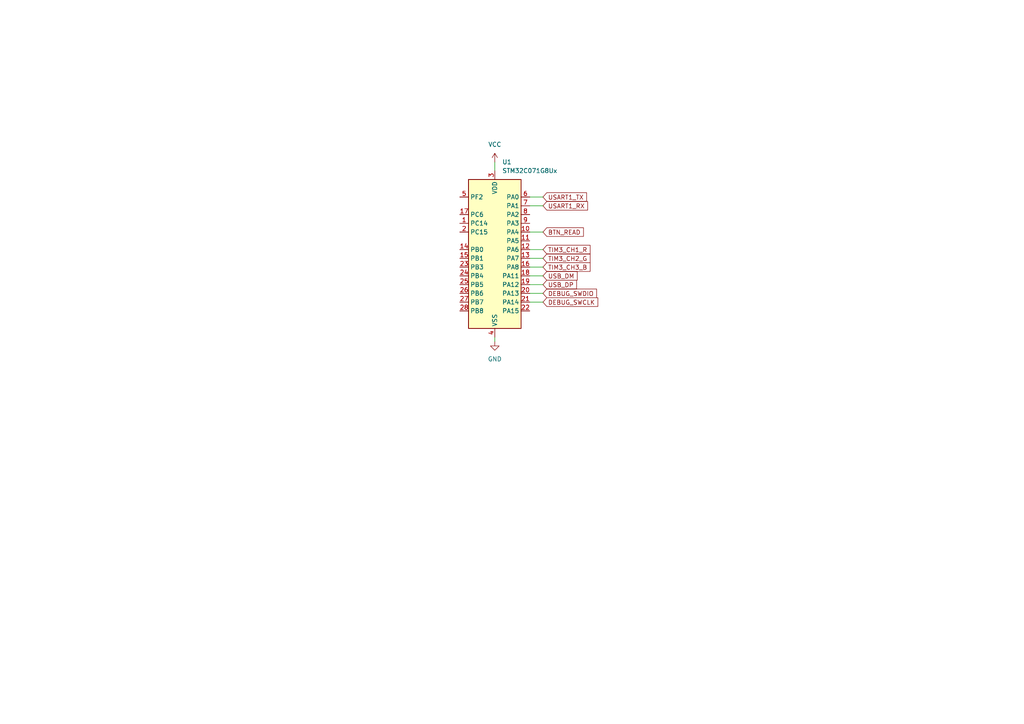
<source format=kicad_sch>
(kicad_sch (version 20250114) (generator "eeschema") (generator_version "9.0")
  (paper "A4")
  (lib_symbols
    (symbol "MCU_ST_STM32C0:STM32C071G8Ux"
      (property "Reference" "U" (at -7.62 24.13 0))
      (property "Value" "STM32C071G8Ux" (at 2.54 24.13 0))
      (symbol "STM32C071G8Ux_0_1"
        (rectangle (start -7.62 -20.32) (end 7.62 22.86) (stroke (width 0.254)) (fill (type background)))
      )
      (symbol "STM32C071G8Ux_1_1"
        (pin bidirectional line (at -10.16 17.78 0) (length 2.54) (name "PF2") (number "5"))
        (pin bidirectional line (at -10.16 12.7 0) (length 2.54) (name "PC6") (number "17"))
        (pin bidirectional line (at -10.16 10.16 0) (length 2.54) (name "PC14") (number "1"))
        (pin bidirectional line (at -10.16 7.62 0) (length 2.54) (name "PC15") (number "2"))
        (pin bidirectional line (at -10.16 2.54 0) (length 2.54) (name "PB0") (number "14"))
        (pin bidirectional line (at -10.16 0 0) (length 2.54) (name "PB1") (number "15"))
        (pin bidirectional line (at -10.16 -2.54 0) (length 2.54) (name "PB3") (number "23"))
        (pin bidirectional line (at -10.16 -5.08 0) (length 2.54) (name "PB4") (number "24"))
        (pin bidirectional line (at -10.16 -7.62 0) (length 2.54) (name "PB5") (number "25"))
        (pin bidirectional line (at -10.16 -10.16 0) (length 2.54) (name "PB6") (number "26"))
        (pin bidirectional line (at -10.16 -12.7 0) (length 2.54) (name "PB7") (number "27"))
        (pin bidirectional line (at -10.16 -15.24 0) (length 2.54) (name "PB8") (number "28"))
        (pin power_in line (at 0 25.4 270) (length 2.54) (name "VDD") (number "3"))
        (pin power_in line (at 0 -22.86 90) (length 2.54) (name "VSS") (number "4"))
        (pin bidirectional line (at 10.16 17.78 180) (length 2.54) (name "PA0") (number "6"))
        (pin bidirectional line (at 10.16 15.24 180) (length 2.54) (name "PA1") (number "7"))
        (pin bidirectional line (at 10.16 12.7 180) (length 2.54) (name "PA2") (number "8"))
        (pin bidirectional line (at 10.16 10.16 180) (length 2.54) (name "PA3") (number "9"))
        (pin bidirectional line (at 10.16 7.62 180) (length 2.54) (name "PA4") (number "10"))
        (pin bidirectional line (at 10.16 5.08 180) (length 2.54) (name "PA5") (number "11"))
        (pin bidirectional line (at 10.16 2.54 180) (length 2.54) (name "PA6") (number "12"))
        (pin bidirectional line (at 10.16 0 180) (length 2.54) (name "PA7") (number "13"))
        (pin bidirectional line (at 10.16 -2.54 180) (length 2.54) (name "PA8") (number "16"))
        (pin bidirectional line (at 10.16 -5.08 180) (length 2.54) (name "PA11") (number "18"))
        (pin bidirectional line (at 10.16 -7.62 180) (length 2.54) (name "PA12") (number "19"))
        (pin bidirectional line (at 10.16 -10.16 180) (length 2.54) (name "PA13") (number "20"))
        (pin bidirectional line (at 10.16 -12.7 180) (length 2.54) (name "PA14") (number "21"))
        (pin bidirectional line (at 10.16 -15.24 180) (length 2.54) (name "PA15") (number "22"))
      )
    )
    (symbol "power:GND" (power) (pin_numbers (hide yes)) (pin_names (offset 0) (hide yes))
      (property "Value" "GND" (at 0 -3.81 0))
      (symbol "GND_0_1"
        (polyline (pts (xy 0 0) (xy 0 -1.27) (xy 1.27 -1.27) (xy 0 -2.54) (xy -1.27 -1.27) (xy 0 -1.27)))
      )
      (symbol "GND_1_1"
        (pin power_in line (at 0 0 270) (length 0) (name "~") (number "1"))
      )
    )
    (symbol "power:VCC" (power) (pin_numbers (hide yes)) (pin_names (offset 0) (hide yes))
      (property "Value" "VCC" (at 0 3.556 0))
      (symbol "VCC_0_1"
        (polyline (pts (xy -0.762 1.27) (xy 0 2.54)))
        (polyline (pts (xy 0 2.54) (xy 0.762 1.27)))
        (polyline (pts (xy 0 0) (xy 0 2.54)))
      )
      (symbol "VCC_1_1"
        (pin power_in line (at 0 0 90) (length 0) (name "~") (number "1"))
      )
    )
  )
  (wire (pts (xy 153.67 67.31) (xy 157.48 67.31)))
  (wire (pts (xy 153.67 77.47) (xy 157.48 77.47)))
  (wire (pts (xy 143.51 97.79) (xy 143.51 99.06)))
  (wire (pts (xy 143.51 46.99) (xy 143.51 49.53)))
  (wire (pts (xy 153.67 82.55) (xy 157.48 82.55)))
  (wire (pts (xy 153.67 87.63) (xy 157.48 87.63)))
  (wire (pts (xy 153.67 72.39) (xy 157.48 72.39)))
  (wire (pts (xy 153.67 74.93) (xy 157.48 74.93)))
  (wire (pts (xy 153.67 57.15) (xy 157.48 57.15)))
  (wire (pts (xy 153.67 80.01) (xy 157.48 80.01)))
  (wire (pts (xy 153.67 59.69) (xy 157.48 59.69)))
  (wire (pts (xy 153.67 85.09) (xy 157.48 85.09)))
  (global_label "USART1_RX" (shape input) (at 157.48 59.69 0) (property "Intersheetrefs" "${INTERSHEET_REFS}" (effects (hide yes))))
  (global_label "USB_DM" (shape input) (at 157.48 80.01 0) (property "Intersheetrefs" "${INTERSHEET_REFS}" (effects (hide yes))))
  (global_label "DEBUG_SWCLK" (shape input) (at 157.48 87.63 0) (property "Intersheetrefs" "${INTERSHEET_REFS}" (effects (hide yes))))
  (global_label "TIM3_CH2_G" (shape input) (at 157.48 74.93 0) (property "Intersheetrefs" "${INTERSHEET_REFS}" (effects (hide yes))))
  (global_label "DEBUG_SWDIO" (shape input) (at 157.48 85.09 0) (property "Intersheetrefs" "${INTERSHEET_REFS}" (effects (hide yes))))
  (global_label "USART1_TX" (shape input) (at 157.48 57.15 0) (property "Intersheetrefs" "${INTERSHEET_REFS}" (effects (hide yes))))
  (global_label "USB_DP" (shape input) (at 157.48 82.55 0) (property "Intersheetrefs" "${INTERSHEET_REFS}" (effects (hide yes))))
  (global_label "TIM3_CH1_R" (shape input) (at 157.48 72.39 0) (property "Intersheetrefs" "${INTERSHEET_REFS}" (effects (hide yes))))
  (global_label "TIM3_CH3_B" (shape input) (at 157.48 77.47 0) (property "Intersheetrefs" "${INTERSHEET_REFS}" (effects (hide yes))))
  (global_label "BTN_READ" (shape input) (at 157.48 67.31 0) (property "Intersheetrefs" "${INTERSHEET_REFS}" (effects (hide yes))))
  (symbol (lib_id "power:VCC") (at 143.51 46.99 0) (unit 1)
    (property "Reference" "#PWR02" (effects (hide yes)))
    (property "Value" "VCC" (at 143.51 41.91 0))
    (property "Description" "Power symbol creates a global label with name \"VCC\"" (effects (hide yes)))
  )
  (symbol (lib_id "power:GND") (at 143.51 99.06 0) (unit 1)
    (property "Reference" "#PWR01" (effects (hide yes)))
    (property "Value" "GND" (at 143.51 104.14 0))
    (property "Description" "Power symbol creates a global label with name \"GND\" , ground" (effects (hide yes)))
  )
  (symbol (lib_id "MCU_ST_STM32C0:STM32C071G8Ux") (at 143.51 74.93 0) (unit 1)
    (property "Reference" "U1" (at 145.6533 46.99 0) (effects (justify left)))
    (property "Value" "STM32C071G8Ux" (at 145.6533 49.53 0) (effects (justify left)))
    (property "Footprint" "Package_DFN_QFN:QFN-28_4x4mm_P0.5mm" (effects (hide yes)))
    (property "Datasheet" "https://www.st.com/resource/en/datasheet/stm32c071g8.pdf" (effects (hide yes)))
    (property "Description" "STMicroelectronics Arm Cortex-M0+ MCU, 64KB flash, 24KB RAM, 26 GPIO, UFQFPN28_GP" (effects (hide yes)))
  )
)
</source>
